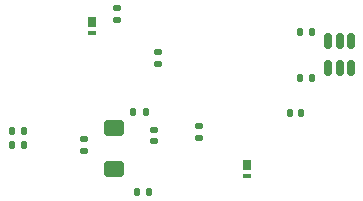
<source format=gbr>
%TF.GenerationSoftware,KiCad,Pcbnew,9.0.1*%
%TF.CreationDate,2025-04-28T02:05:13+08:00*%
%TF.ProjectId,Flight_Control,466c6967-6874-45f4-936f-6e74726f6c2e,rev?*%
%TF.SameCoordinates,Original*%
%TF.FileFunction,Paste,Bot*%
%TF.FilePolarity,Positive*%
%FSLAX46Y46*%
G04 Gerber Fmt 4.6, Leading zero omitted, Abs format (unit mm)*
G04 Created by KiCad (PCBNEW 9.0.1) date 2025-04-28 02:05:13*
%MOMM*%
%LPD*%
G01*
G04 APERTURE LIST*
G04 Aperture macros list*
%AMRoundRect*
0 Rectangle with rounded corners*
0 $1 Rounding radius*
0 $2 $3 $4 $5 $6 $7 $8 $9 X,Y pos of 4 corners*
0 Add a 4 corners polygon primitive as box body*
4,1,4,$2,$3,$4,$5,$6,$7,$8,$9,$2,$3,0*
0 Add four circle primitives for the rounded corners*
1,1,$1+$1,$2,$3*
1,1,$1+$1,$4,$5*
1,1,$1+$1,$6,$7*
1,1,$1+$1,$8,$9*
0 Add four rect primitives between the rounded corners*
20,1,$1+$1,$2,$3,$4,$5,0*
20,1,$1+$1,$4,$5,$6,$7,0*
20,1,$1+$1,$6,$7,$8,$9,0*
20,1,$1+$1,$8,$9,$2,$3,0*%
G04 Aperture macros list end*
%ADD10RoundRect,0.150000X-0.150000X0.512500X-0.150000X-0.512500X0.150000X-0.512500X0.150000X0.512500X0*%
%ADD11RoundRect,0.075000X-0.275000X0.390000X-0.275000X-0.390000X0.275000X-0.390000X0.275000X0.390000X0*%
%ADD12RoundRect,0.075000X-0.275000X0.075000X-0.275000X-0.075000X0.275000X-0.075000X0.275000X0.075000X0*%
%ADD13RoundRect,0.147500X-0.147500X-0.172500X0.147500X-0.172500X0.147500X0.172500X-0.147500X0.172500X0*%
%ADD14RoundRect,0.135000X-0.135000X-0.185000X0.135000X-0.185000X0.135000X0.185000X-0.135000X0.185000X0*%
%ADD15RoundRect,0.135000X-0.185000X0.135000X-0.185000X-0.135000X0.185000X-0.135000X0.185000X0.135000X0*%
%ADD16RoundRect,0.147500X-0.172500X0.147500X-0.172500X-0.147500X0.172500X-0.147500X0.172500X0.147500X0*%
%ADD17RoundRect,0.250000X-0.600000X0.400000X-0.600000X-0.400000X0.600000X-0.400000X0.600000X0.400000X0*%
%ADD18RoundRect,0.135000X0.135000X0.185000X-0.135000X0.185000X-0.135000X-0.185000X0.135000X-0.185000X0*%
%ADD19RoundRect,0.147500X0.172500X-0.147500X0.172500X0.147500X-0.172500X0.147500X-0.172500X-0.147500X0*%
G04 APERTURE END LIST*
D10*
%TO.C,U4*%
X167387500Y-114612500D03*
X168337500Y-114612500D03*
X169287500Y-114612500D03*
X169287500Y-116887500D03*
X168337500Y-116887500D03*
X167387500Y-116887500D03*
%TD*%
D11*
%TO.C,D2*%
X160500000Y-125100000D03*
D12*
X160500000Y-125985000D03*
%TD*%
D13*
%TO.C,D3*%
X164115000Y-120700000D03*
X165085000Y-120700000D03*
%TD*%
D14*
%TO.C,R11*%
X151190000Y-127400000D03*
X152210000Y-127400000D03*
%TD*%
D15*
%TO.C,R5*%
X146700000Y-122900000D03*
X146700000Y-123920000D03*
%TD*%
D14*
%TO.C,R6*%
X150890000Y-120600000D03*
X151910000Y-120600000D03*
%TD*%
D15*
%TO.C,R16*%
X153000000Y-115500000D03*
X153000000Y-116520000D03*
%TD*%
%TO.C,R17*%
X156400000Y-121790000D03*
X156400000Y-122810000D03*
%TD*%
D14*
%TO.C,R2*%
X164980000Y-113800000D03*
X166000000Y-113800000D03*
%TD*%
%TO.C,R3*%
X140590000Y-122200000D03*
X141610000Y-122200000D03*
%TD*%
D16*
%TO.C,L2*%
X149500000Y-111800000D03*
X149500000Y-112770000D03*
%TD*%
D17*
%TO.C,D1*%
X149200000Y-121950000D03*
X149200000Y-125450000D03*
%TD*%
D11*
%TO.C,D6*%
X147400000Y-112990000D03*
D12*
X147400000Y-113875000D03*
%TD*%
D18*
%TO.C,R1*%
X166000000Y-117700000D03*
X164980000Y-117700000D03*
%TD*%
%TO.C,R7*%
X141610000Y-123400000D03*
X140590000Y-123400000D03*
%TD*%
D19*
%TO.C,D4*%
X152600000Y-123085000D03*
X152600000Y-122115000D03*
%TD*%
M02*

</source>
